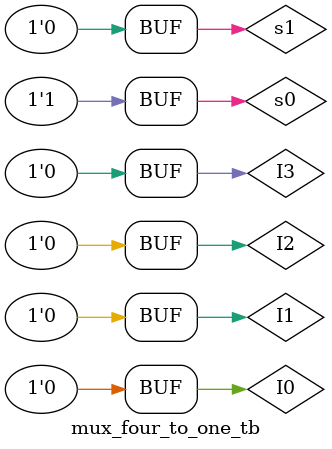
<source format=v>
module mux_four_to_one_tb;
reg I0, I1, I2, I3, s1, s0;
wire Q;
mux_four_to_one u1(I0,I1,I2,I3,s1,s0,Q);

initial begin
$monitor("%d I0=%b, I1=%b, I2=%b, I3=%b, s1=%b, s0=%b, Q=%b",$time, I0, I1, I2, I3, s1, s0, Q);

#20
I0=1;
I1=0;
I2=0;
I3=0;
s1=0;
s0=0;
#20
I0=0;
I1=1;
I2=0;
I3=0;
s1=0;
s0=1;
#20
I0=0;
I1=0;
I2=1;
I3=0;
s1=1;
s0=0;
#20
I0=0;
I1=0;
I2=0;
I3=1;
s1=1;
s0=1;
#20
I0=0;
I1=0;
I2=0;
I3=0;
s1=0;
s0=1;

end
endmodule



</source>
